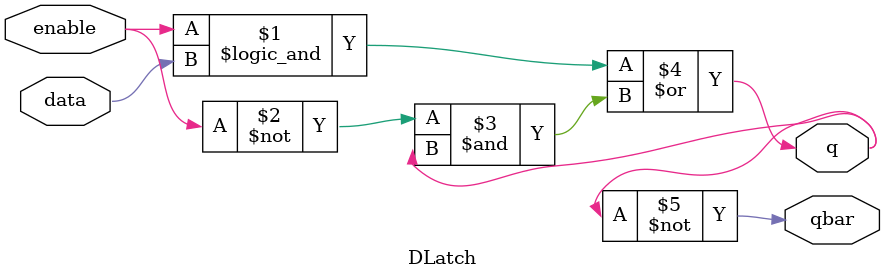
<source format=v>
`timescale 1ns / 1ps

module DLatch(data,enable, q, qbar);
	input data, enable;
	output q,qbar;
	
	assign qbar = ~((enable && data) | (~enable & q));
	assign q = ~qbar;


endmodule

</source>
